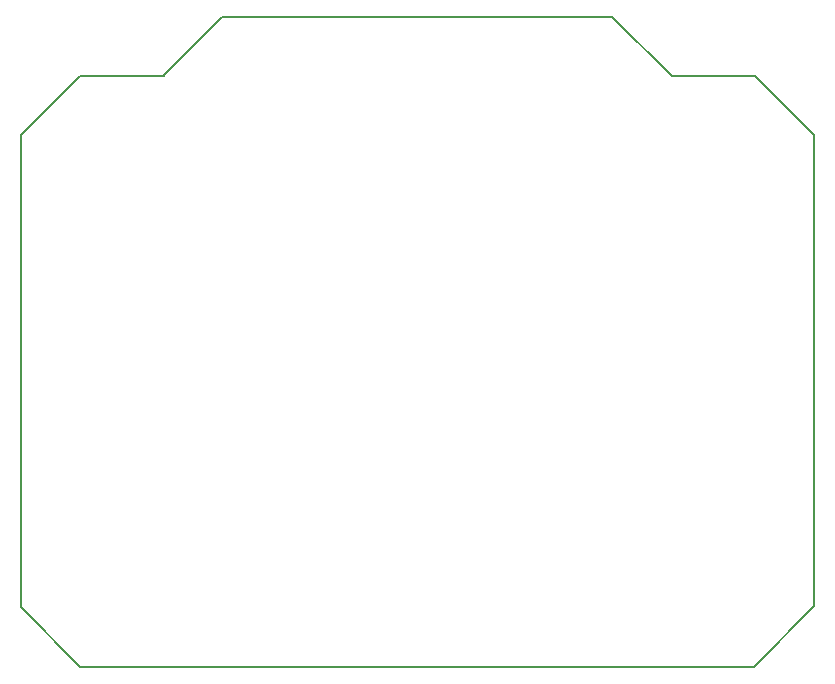
<source format=gko>
G04*
G04 #@! TF.GenerationSoftware,Altium Limited,Altium Designer,18.1.9 (240)*
G04*
G04 Layer_Color=16711935*
%FSLAX25Y25*%
%MOIN*%
G70*
G01*
G75*
%ADD13C,0.00787*%
D13*
X244768Y20161D02*
Y177165D01*
X-19685Y19685D02*
X0Y0D01*
X197130Y196850D02*
X225083D01*
X244768Y177165D01*
X224606Y0D02*
X244768Y20161D01*
X0Y0D02*
X224606D01*
X-19685Y19685D02*
Y177165D01*
X177445Y216535D02*
X197130Y196850D01*
X0D02*
X27953D01*
X47441Y216535D02*
X177445D01*
X27756Y196850D02*
X47441Y216535D01*
X-19685Y177165D02*
X0Y196850D01*
M02*

</source>
